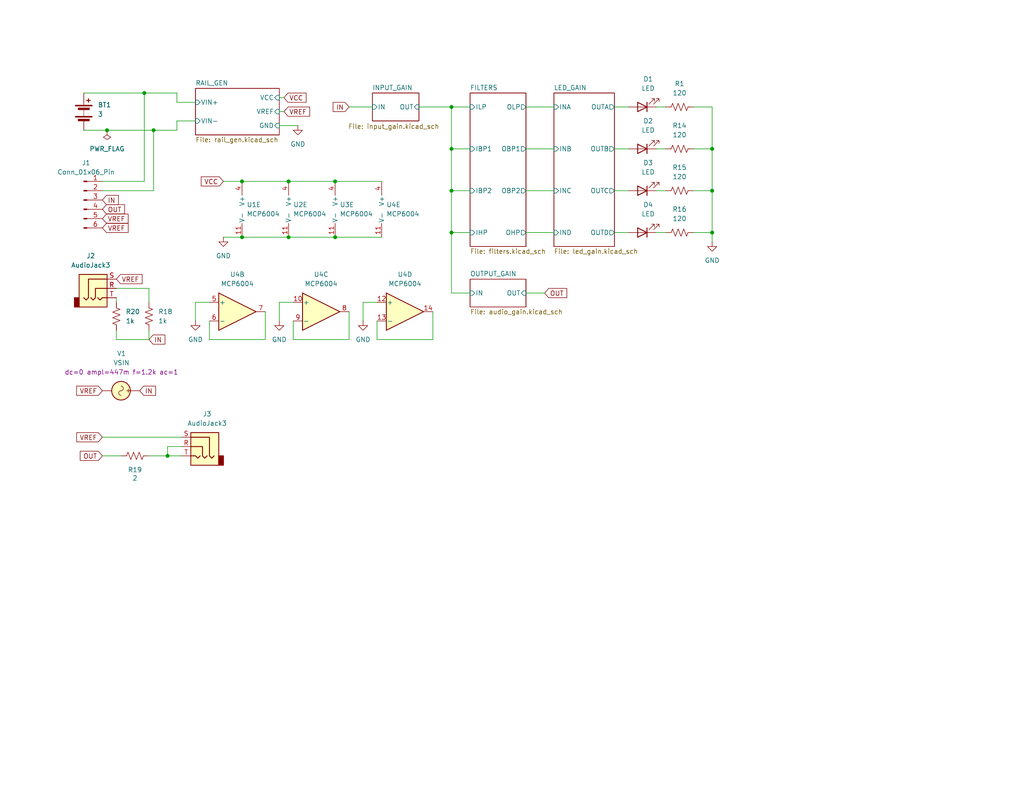
<source format=kicad_sch>
(kicad_sch (version 20250114) (generator "eeschema") (generator_version "9.0")
  (paper "USLetter")
  (title_block (title "EL223FP4L1") (date "2025-05-08") (rev "1") (company "Boles & Walker") (comment 1 "Board Overview"))
  (lib_symbols
    (symbol "Amplifier_Operational:MCP6004" (pin_names (offset 0.127))
      (property "Reference" "U" (at 0 5.08 0))
      (property "Value" "MCP6004" (at 0 -5.08 0))
      (symbol "MCP6004_1_1"
        (polyline (pts (xy -5.08 5.08) (xy 5.08 0) (xy -5.08 -5.08) (xy -5.08 5.08)) (stroke (width 0.254)) (fill (type background)))
        (pin input line (at -7.62 2.54 0) (length 2.54) (name "+") (number "3"))
        (pin input line (at -7.62 -2.54 0) (length 2.54) (name "-") (number "2"))
        (pin output line (at 7.62 0 180) (length 2.54) (name "~") (number "1"))
      )
      (symbol "MCP6004_2_1"
        (polyline (pts (xy -5.08 5.08) (xy 5.08 0) (xy -5.08 -5.08) (xy -5.08 5.08)) (stroke (width 0.254)) (fill (type background)))
        (pin input line (at -7.62 2.54 0) (length 2.54) (name "+") (number "5"))
        (pin input line (at -7.62 -2.54 0) (length 2.54) (name "-") (number "6"))
        (pin output line (at 7.62 0 180) (length 2.54) (name "~") (number "7"))
      )
      (symbol "MCP6004_3_1"
        (polyline (pts (xy -5.08 5.08) (xy 5.08 0) (xy -5.08 -5.08) (xy -5.08 5.08)) (stroke (width 0.254)) (fill (type background)))
        (pin input line (at -7.62 2.54 0) (length 2.54) (name "+") (number "10"))
        (pin input line (at -7.62 -2.54 0) (length 2.54) (name "-") (number "9"))
        (pin output line (at 7.62 0 180) (length 2.54) (name "~") (number "8"))
      )
      (symbol "MCP6004_4_1"
        (polyline (pts (xy -5.08 5.08) (xy 5.08 0) (xy -5.08 -5.08) (xy -5.08 5.08)) (stroke (width 0.254)) (fill (type background)))
        (pin input line (at -7.62 2.54 0) (length 2.54) (name "+") (number "12"))
        (pin input line (at -7.62 -2.54 0) (length 2.54) (name "-") (number "13"))
        (pin output line (at 7.62 0 180) (length 2.54) (name "~") (number "14"))
      )
      (symbol "MCP6004_5_1"
        (pin power_in line (at -2.54 7.62 270) (length 3.81) (name "V+") (number "4"))
        (pin power_in line (at -2.54 -7.62 90) (length 3.81) (name "V-") (number "11"))
      )
    )
    (symbol "Connector:Conn_01x06_Pin" (pin_names (offset 1.016) (hide yes))
      (property "Reference" "J" (at 0 7.62 0))
      (property "Value" "Conn_01x06_Pin" (at 0 -10.16 0))
      (symbol "Conn_01x06_Pin_1_1"
        (rectangle (start 0.8636 5.207) (end 0 4.953) (stroke (width 0.1524)) (fill (type outline)))
        (rectangle (start 0.8636 2.667) (end 0 2.413) (stroke (width 0.1524)) (fill (type outline)))
        (rectangle (start 0.8636 0.127) (end 0 -0.127) (stroke (width 0.1524)) (fill (type outline)))
        (rectangle (start 0.8636 -2.413) (end 0 -2.667) (stroke (width 0.1524)) (fill (type outline)))
        (rectangle (start 0.8636 -4.953) (end 0 -5.207) (stroke (width 0.1524)) (fill (type outline)))
        (rectangle (start 0.8636 -7.493) (end 0 -7.747) (stroke (width 0.1524)) (fill (type outline)))
        (polyline (pts (xy 1.27 5.08) (xy 0.8636 5.08)) (stroke (width 0.1524)))
        (polyline (pts (xy 1.27 2.54) (xy 0.8636 2.54)) (stroke (width 0.1524)))
        (polyline (pts (xy 1.27 0) (xy 0.8636 0)) (stroke (width 0.1524)))
        (polyline (pts (xy 1.27 -2.54) (xy 0.8636 -2.54)) (stroke (width 0.1524)))
        (polyline (pts (xy 1.27 -5.08) (xy 0.8636 -5.08)) (stroke (width 0.1524)))
        (polyline (pts (xy 1.27 -7.62) (xy 0.8636 -7.62)) (stroke (width 0.1524)))
        (pin passive line (at 5.08 5.08 180) (length 3.81) (name "Pin_1") (number "1"))
        (pin passive line (at 5.08 2.54 180) (length 3.81) (name "Pin_2") (number "2"))
        (pin passive line (at 5.08 0 180) (length 3.81) (name "Pin_3") (number "3"))
        (pin passive line (at 5.08 -2.54 180) (length 3.81) (name "Pin_4") (number "4"))
        (pin passive line (at 5.08 -5.08 180) (length 3.81) (name "Pin_5") (number "5"))
        (pin passive line (at 5.08 -7.62 180) (length 3.81) (name "Pin_6") (number "6"))
      )
    )
    (symbol "Connector_Audio:AudioJack3"
      (property "Reference" "J" (at 0 8.89 0))
      (property "Value" "AudioJack3" (at 0 6.35 0))
      (symbol "AudioJack3_0_1"
        (rectangle (start -5.08 -5.08) (end -6.35 -2.54) (stroke (width 0.254)) (fill (type outline)))
        (polyline (pts (xy -1.905 -2.54) (xy -1.27 -3.175) (xy -0.635 -2.54) (xy -0.635 0) (xy 2.54 0)) (stroke (width 0.254)))
        (polyline (pts (xy 0 -2.54) (xy 0.635 -3.175) (xy 1.27 -2.54) (xy 2.54 -2.54)) (stroke (width 0.254)))
        (rectangle (start 2.54 3.81) (end -5.08 -5.08) (stroke (width 0.254)) (fill (type background)))
        (polyline (pts (xy 2.54 2.54) (xy -2.54 2.54) (xy -2.54 -2.54) (xy -3.175 -3.175) (xy -3.81 -2.54)) (stroke (width 0.254)))
      )
      (symbol "AudioJack3_1_1"
        (pin passive line (at 5.08 2.54 180) (length 2.54) (name "~") (number "S"))
        (pin passive line (at 5.08 0 180) (length 2.54) (name "~") (number "R"))
        (pin passive line (at 5.08 -2.54 180) (length 2.54) (name "~") (number "T"))
      )
    )
    (symbol "Device:Battery" (pin_numbers (hide yes)) (pin_names (offset 0) (hide yes))
      (property "Reference" "BT" (at 2.54 2.54 0))
      (property "Value" "Battery" (at 2.54 0 0))
      (symbol "Battery_0_1"
        (rectangle (start -2.286 1.778) (end 2.286 1.524) (fill (type outline)))
        (rectangle (start -2.286 -1.27) (end 2.286 -1.524) (fill (type outline)))
        (rectangle (start -1.524 1.016) (end 1.524 0.508) (fill (type outline)))
        (rectangle (start -1.524 -2.032) (end 1.524 -2.54) (fill (type outline)))
        (polyline (pts (xy 0 1.778) (xy 0 2.54)))
        (polyline (pts (xy 0 0) (xy 0 0.254)))
        (polyline (pts (xy 0 -0.508) (xy 0 -0.254)))
        (polyline (pts (xy 0 -1.016) (xy 0 -0.762)))
        (polyline (pts (xy 0.762 3.048) (xy 1.778 3.048)) (stroke (width 0.254)))
        (polyline (pts (xy 1.27 3.556) (xy 1.27 2.54)) (stroke (width 0.254)))
      )
      (symbol "Battery_1_1"
        (pin passive line (at 0 5.08 270) (length 2.54) (name "+") (number "1"))
        (pin passive line (at 0 -5.08 90) (length 2.54) (name "-") (number "2"))
      )
    )
    (symbol "Device:LED" (pin_numbers (hide yes)) (pin_names (offset 1.016) (hide yes))
      (property "Reference" "D" (at 0 2.54 0))
      (property "Value" "LED" (at 0 -2.54 0))
      (symbol "LED_0_1"
        (polyline (pts (xy -3.048 -0.762) (xy -4.572 -2.286) (xy -3.81 -2.286) (xy -4.572 -2.286) (xy -4.572 -1.524)))
        (polyline (pts (xy -1.778 -0.762) (xy -3.302 -2.286) (xy -2.54 -2.286) (xy -3.302 -2.286) (xy -3.302 -1.524)))
        (polyline (pts (xy -1.27 0) (xy 1.27 0)))
        (polyline (pts (xy -1.27 -1.27) (xy -1.27 1.27)) (stroke (width 0.254)))
        (polyline (pts (xy 1.27 -1.27) (xy 1.27 1.27) (xy -1.27 0) (xy 1.27 -1.27)) (stroke (width 0.254)))
      )
      (symbol "LED_1_1"
        (pin passive line (at -3.81 0 0) (length 2.54) (name "K") (number "1"))
        (pin passive line (at 3.81 0 180) (length 2.54) (name "A") (number "2"))
      )
    )
    (symbol "Device:R_US" (pin_numbers (hide yes)) (pin_names (offset 0))
      (property "Reference" "R" (at 2.54 0 90))
      (property "Value" "R_US" (at -2.54 0 90))
      (symbol "R_US_0_1"
        (polyline (pts (xy 0 2.286) (xy 0 2.54)))
        (polyline (pts (xy 0 2.286) (xy 1.016 1.905) (xy 0 1.524) (xy -1.016 1.143) (xy 0 0.762)))
        (polyline (pts (xy 0 0.762) (xy 1.016 0.381) (xy 0 0) (xy -1.016 -0.381) (xy 0 -0.762)))
        (polyline (pts (xy 0 -0.762) (xy 1.016 -1.143) (xy 0 -1.524) (xy -1.016 -1.905) (xy 0 -2.286)))
        (polyline (pts (xy 0 -2.286) (xy 0 -2.54)))
      )
      (symbol "R_US_1_1"
        (pin passive line (at 0 3.81 270) (length 1.27) (name "~") (number "1"))
        (pin passive line (at 0 -3.81 90) (length 1.27) (name "~") (number "2"))
      )
    )
    (symbol "Simulation_SPICE:VSIN" (pin_numbers (hide yes)) (pin_names (offset 0.0254))
      (property "Reference" "V" (at 2.54 2.54 0))
      (property "Value" "VSIN" (at 2.54 0 0))
      (property "Sim.Params" "dc=0 ampl=1 f=1k ac=1" (at 2.54 -2.54 0))
      (symbol "VSIN_0_0"
        (arc (start -1.27 0) (mid -0.635 0.6323) (end 0 0))
        (arc (start 1.27 0) (mid 0.635 -0.6323) (end 0 0))
        (text "+" (at 0 1.905 0) (effects (font (size 1.27 1.27))))
      )
      (symbol "VSIN_0_1"
        (circle (center 0 0) (radius 2.54) (stroke (width 0.254)) (fill (type background)))
      )
      (symbol "VSIN_1_1"
        (pin passive line (at 0 5.08 270) (length 2.54) (name "~") (number "1"))
        (pin passive line (at 0 -5.08 90) (length 2.54) (name "~") (number "2"))
      )
    )
    (symbol "power:GND" (power) (pin_numbers (hide yes)) (pin_names (offset 0) (hide yes))
      (property "Value" "GND" (at 0 -3.81 0))
      (symbol "GND_0_1"
        (polyline (pts (xy 0 0) (xy 0 -1.27) (xy 1.27 -1.27) (xy 0 -2.54) (xy -1.27 -1.27) (xy 0 -1.27)))
      )
      (symbol "GND_1_1"
        (pin power_in line (at 0 0 270) (length 0) (name "~") (number "1"))
      )
    )
    (symbol "power:PWR_FLAG" (power) (pin_numbers (hide yes)) (pin_names (offset 0) (hide yes))
      (property "Value" "PWR_FLAG" (at 0 3.81 0))
      (symbol "PWR_FLAG_0_0"
        (pin power_out line (at 0 0 90) (length 0) (name "~") (number "1"))
      )
      (symbol "PWR_FLAG_0_1"
        (polyline (pts (xy 0 0) (xy 0 1.27) (xy -1.016 1.905) (xy 0 2.54) (xy 1.016 1.905) (xy 0 1.27)))
      )
    )
  )
  (junction (at 45.72 124.46))
  (junction (at 91.44 49.53))
  (junction (at 123.19 63.5))
  (junction (at 91.44 64.77))
  (junction (at 123.19 52.07))
  (junction (at 39.37 25.4))
  (junction (at 123.19 40.64))
  (junction (at 66.04 64.77))
  (junction (at 78.74 49.53))
  (junction (at 41.91 35.56))
  (junction (at 194.31 63.5))
  (junction (at 194.31 52.07))
  (junction (at 66.04 49.53))
  (junction (at 78.74 64.77))
  (junction (at 29.21 35.56))
  (junction (at 194.31 40.64))
  (junction (at 123.19 29.21))
  (wire (pts (xy 123.19 52.07) (xy 123.19 63.5)))
  (wire (pts (xy 49.53 124.46) (xy 45.72 124.46)))
  (wire (pts (xy 194.31 29.21) (xy 194.31 40.64)))
  (wire (pts (xy 194.31 63.5) (xy 194.31 66.04)))
  (wire (pts (xy 179.07 29.21) (xy 181.61 29.21)))
  (wire (pts (xy 40.64 124.46) (xy 45.72 124.46)))
  (wire (pts (xy 76.2 34.29) (xy 81.28 34.29)))
  (wire (pts (xy 40.64 90.17) (xy 40.64 92.71)))
  (wire (pts (xy 189.23 52.07) (xy 194.31 52.07)))
  (wire (pts (xy 22.86 25.4) (xy 39.37 25.4)))
  (wire (pts (xy 29.21 35.56) (xy 41.91 35.56)))
  (wire (pts (xy 114.3 29.21) (xy 123.19 29.21)))
  (wire (pts (xy 76.2 30.48) (xy 77.47 30.48)))
  (wire (pts (xy 143.51 29.21) (xy 151.13 29.21)))
  (wire (pts (xy 194.31 52.07) (xy 194.31 63.5)))
  (wire (pts (xy 41.91 35.56) (xy 48.26 35.56)))
  (wire (pts (xy 143.51 40.64) (xy 151.13 40.64)))
  (wire (pts (xy 189.23 40.64) (xy 194.31 40.64)))
  (wire (pts (xy 22.86 35.56) (xy 29.21 35.56)))
  (wire (pts (xy 179.07 52.07) (xy 181.61 52.07)))
  (wire (pts (xy 76.2 82.55) (xy 76.2 87.63)))
  (wire (pts (xy 102.87 92.71) (xy 102.87 87.63)))
  (wire (pts (xy 189.23 29.21) (xy 194.31 29.21)))
  (wire (pts (xy 167.64 29.21) (xy 171.45 29.21)))
  (wire (pts (xy 95.25 85.09) (xy 95.25 92.71)))
  (wire (pts (xy 167.64 40.64) (xy 171.45 40.64)))
  (wire (pts (xy 72.39 85.09) (xy 72.39 92.71)))
  (wire (pts (xy 66.04 64.77) (xy 78.74 64.77)))
  (wire (pts (xy 40.64 78.74) (xy 40.64 82.55)))
  (wire (pts (xy 80.01 82.55) (xy 76.2 82.55)))
  (wire (pts (xy 53.34 27.94) (xy 48.26 27.94)))
  (wire (pts (xy 78.74 49.53) (xy 91.44 49.53)))
  (wire (pts (xy 57.15 92.71) (xy 57.15 87.63)))
  (wire (pts (xy 143.51 52.07) (xy 151.13 52.07)))
  (wire (pts (xy 143.51 63.5) (xy 151.13 63.5)))
  (wire (pts (xy 91.44 49.53) (xy 104.14 49.53)))
  (wire (pts (xy 60.96 49.53) (xy 66.04 49.53)))
  (wire (pts (xy 40.64 92.71) (xy 31.75 92.71)))
  (wire (pts (xy 123.19 40.64) (xy 128.27 40.64)))
  (wire (pts (xy 41.91 52.07) (xy 27.94 52.07)))
  (wire (pts (xy 194.31 40.64) (xy 194.31 52.07)))
  (wire (pts (xy 53.34 82.55) (xy 53.34 87.63)))
  (wire (pts (xy 72.39 92.71) (xy 57.15 92.71)))
  (wire (pts (xy 48.26 27.94) (xy 48.26 25.4)))
  (wire (pts (xy 60.96 64.77) (xy 66.04 64.77)))
  (wire (pts (xy 99.06 82.55) (xy 99.06 87.63)))
  (wire (pts (xy 80.01 92.71) (xy 80.01 87.63)))
  (wire (pts (xy 179.07 63.5) (xy 181.61 63.5)))
  (wire (pts (xy 39.37 49.53) (xy 27.94 49.53)))
  (wire (pts (xy 31.75 92.71) (xy 31.75 90.17)))
  (wire (pts (xy 123.19 63.5) (xy 128.27 63.5)))
  (wire (pts (xy 123.19 63.5) (xy 123.19 80.01)))
  (wire (pts (xy 31.75 78.74) (xy 40.64 78.74)))
  (wire (pts (xy 27.94 119.38) (xy 49.53 119.38)))
  (wire (pts (xy 143.51 80.01) (xy 148.59 80.01)))
  (wire (pts (xy 31.75 81.28) (xy 31.75 82.55)))
  (wire (pts (xy 27.94 124.46) (xy 33.02 124.46)))
  (wire (pts (xy 95.25 92.71) (xy 80.01 92.71)))
  (wire (pts (xy 123.19 80.01) (xy 128.27 80.01)))
  (wire (pts (xy 48.26 33.02) (xy 53.34 33.02)))
  (wire (pts (xy 57.15 82.55) (xy 53.34 82.55)))
  (wire (pts (xy 39.37 25.4) (xy 39.37 49.53)))
  (wire (pts (xy 95.25 29.21) (xy 101.6 29.21)))
  (wire (pts (xy 179.07 40.64) (xy 181.61 40.64)))
  (wire (pts (xy 102.87 82.55) (xy 99.06 82.55)))
  (wire (pts (xy 189.23 63.5) (xy 194.31 63.5)))
  (wire (pts (xy 49.53 121.92) (xy 45.72 121.92)))
  (wire (pts (xy 78.74 64.77) (xy 91.44 64.77)))
  (wire (pts (xy 39.37 25.4) (xy 48.26 25.4)))
  (wire (pts (xy 167.64 63.5) (xy 171.45 63.5)))
  (wire (pts (xy 123.19 52.07) (xy 128.27 52.07)))
  (wire (pts (xy 91.44 64.77) (xy 104.14 64.77)))
  (wire (pts (xy 48.26 35.56) (xy 48.26 33.02)))
  (wire (pts (xy 76.2 26.67) (xy 77.47 26.67)))
  (wire (pts (xy 45.72 121.92) (xy 45.72 124.46)))
  (wire (pts (xy 123.19 29.21) (xy 128.27 29.21)))
  (wire (pts (xy 118.11 92.71) (xy 102.87 92.71)))
  (wire (pts (xy 66.04 49.53) (xy 78.74 49.53)))
  (wire (pts (xy 123.19 29.21) (xy 123.19 40.64)))
  (wire (pts (xy 167.64 52.07) (xy 171.45 52.07)))
  (wire (pts (xy 123.19 40.64) (xy 123.19 52.07)))
  (wire (pts (xy 118.11 85.09) (xy 118.11 92.71)))
  (wire (pts (xy 41.91 35.56) (xy 41.91 52.07)))
  (global_label "VREF" (shape input) (at 27.94 106.68 180) (property "Intersheetrefs" "${INTERSHEET_REFS}" (effects (hide yes))))
  (global_label "VREF" (shape input) (at 27.94 59.69 0) (property "Intersheetrefs" "${INTERSHEET_REFS}" (effects (hide yes))))
  (global_label "VCC" (shape input) (at 60.96 49.53 180) (property "Intersheetrefs" "${INTERSHEET_REFS}" (effects (hide yes))))
  (global_label "VCC" (shape input) (at 77.47 26.67 0) (property "Intersheetrefs" "${INTERSHEET_REFS}" (effects (hide yes))))
  (global_label "OUT" (shape input) (at 27.94 124.46 180) (property "Intersheetrefs" "${INTERSHEET_REFS}" (effects (hide yes))))
  (global_label "OUT" (shape input) (at 27.94 57.15 0) (property "Intersheetrefs" "${INTERSHEET_REFS}" (effects (hide yes))))
  (global_label "VREF" (shape input) (at 77.47 30.48 0) (property "Intersheetrefs" "${INTERSHEET_REFS}" (effects (hide yes))))
  (global_label "VREF" (shape input) (at 27.94 119.38 180) (property "Intersheetrefs" "${INTERSHEET_REFS}" (effects (hide yes))))
  (global_label "IN" (shape input) (at 40.64 92.71 0) (property "Intersheetrefs" "${INTERSHEET_REFS}" (effects (hide yes))))
  (global_label "VREF" (shape input) (at 31.75 76.2 0) (property "Intersheetrefs" "${INTERSHEET_REFS}" (effects (hide yes))))
  (global_label "IN" (shape input) (at 95.25 29.21 180) (property "Intersheetrefs" "${INTERSHEET_REFS}" (effects (hide yes))))
  (global_label "VREF" (shape input) (at 27.94 62.23 0) (property "Intersheetrefs" "${INTERSHEET_REFS}" (effects (hide yes))))
  (global_label "OUT" (shape input) (at 148.59 80.01 0) (property "Intersheetrefs" "${INTERSHEET_REFS}" (effects (hide yes))))
  (global_label "IN" (shape input) (at 38.1 106.68 0) (property "Intersheetrefs" "${INTERSHEET_REFS}" (effects (hide yes))))
  (global_label "IN" (shape input) (at 27.94 54.61 0) (property "Intersheetrefs" "${INTERSHEET_REFS}" (effects (hide yes))))
  (symbol (lib_id "Amplifier_Operational:MCP6004") (at 87.63 85.09 0) (unit 3)
    (property "Reference" "U4" (at 87.63 74.93 0))
    (property "Value" "MCP6004" (at 87.63 77.47 0))
    (property "Datasheet" "http://ww1.microchip.com/downloads/en/DeviceDoc/21733j.pdf" (effects (hide yes)))
    (property "Description" "1MHz, Low-Power Op Amp, DIP-14/SOIC-14/TSSOP-14" (effects (hide yes)))
    (property "Sim.Library" "MCP6001.lib" (effects (hide yes)))
    (property "Sim.Name" "MCP6004" (effects (hide yes)))
    (property "Sim.Device" "SUBCKT" (effects (hide yes)))
    (property "Sim.Pins" "1=OUTA 2=A- 3=A+ 4=VDD 5=B+ 6=B- 7=OUTB 8=OUTC 9=C- 10=C+ 11=VSS 12=D+ 13=D- 14=OUTD" (effects (hide yes)))
  )
  (symbol (lib_id "power:GND") (at 53.34 87.63 0) (unit 1)
    (property "Reference" "#PWR04" (effects (hide yes)))
    (property "Value" "GND" (at 53.34 92.71 0))
    (property "Description" "Power symbol creates a global label with name \"GND\" , ground" (effects (hide yes)))
  )
  (symbol (lib_id "Device:R_US") (at 185.42 52.07 90) (unit 1)
    (property "Reference" "R15" (at 185.42 45.72 90))
    (property "Value" "120" (at 185.42 48.26 90))
    (property "Description" "Resistor, US symbol" (effects (hide yes)))
  )
  (symbol (lib_id "Device:LED") (at 175.26 29.21 180) (unit 1)
    (property "Reference" "D1" (at 176.8475 21.59 0))
    (property "Value" "LED" (at 176.8475 24.13 0))
    (property "Description" "Light emitting diode" (effects (hide yes)))
    (property "Sim.Pins" "1=K 2=A" (effects (hide yes)))
    (property "Sim.Library" "led.lib" (effects (hide yes)))
    (property "Sim.Name" "LED_GENERAL" (effects (hide yes)))
    (property "Sim.Device" "D" (effects (hide yes)))
  )
  (symbol (lib_id "Device:LED") (at 175.26 63.5 180) (unit 1)
    (property "Reference" "D4" (at 176.8475 55.88 0))
    (property "Value" "LED" (at 176.8475 58.42 0))
    (property "Description" "Light emitting diode" (effects (hide yes)))
    (property "Sim.Pins" "1=K 2=A" (effects (hide yes)))
    (property "Sim.Library" "led.lib" (effects (hide yes)))
    (property "Sim.Name" "LED_GENERAL" (effects (hide yes)))
    (property "Sim.Device" "D" (effects (hide yes)))
  )
  (symbol (lib_id "Device:R_US") (at 185.42 63.5 90) (unit 1)
    (property "Reference" "R16" (at 185.42 57.15 90))
    (property "Value" "120" (at 185.42 59.69 90))
    (property "Description" "Resistor, US symbol" (effects (hide yes)))
  )
  (symbol (lib_id "Device:R_US") (at 185.42 29.21 90) (unit 1)
    (property "Reference" "R1" (at 185.42 22.86 90))
    (property "Value" "120" (at 185.42 25.4 90))
    (property "Description" "Resistor, US symbol" (effects (hide yes)))
  )
  (symbol (lib_id "Connector_Audio:AudioJack3") (at 54.61 121.92 0) (mirror y) (unit 1) (exclude_from_sim yes)
    (property "Reference" "J3" (at 56.515 113.03 0))
    (property "Value" "AudioJack3" (at 56.515 115.57 0))
    (property "Description" "Audio Jack, 3 Poles (Stereo / TRS)" (effects (hide yes)))
  )
  (symbol (lib_id "power:PWR_FLAG") (at 29.21 35.56 180) (unit 1)
    (property "Reference" "#FLG01" (effects (hide yes)))
    (property "Value" "PWR_FLAG" (at 29.21 40.64 0))
    (property "Description" "Special symbol for telling ERC where power comes from" (effects (hide yes)))
  )
  (symbol (lib_id "power:GND") (at 60.96 64.77 0) (unit 1)
    (property "Reference" "#PWR01" (effects (hide yes)))
    (property "Value" "GND" (at 60.96 69.85 0))
    (property "Description" "Power symbol creates a global label with name \"GND\" , ground" (effects (hide yes)))
  )
  (symbol (lib_id "Connector:Conn_01x06_Pin") (at 22.86 54.61 0) (unit 1) (exclude_from_sim yes)
    (property "Reference" "J1" (at 23.495 44.45 0))
    (property "Value" "Conn_01x06_Pin" (at 23.495 46.99 0))
    (property "Description" "Generic connector, single row, 01x06, script generated" (effects (hide yes)))
  )
  (symbol (lib_id "Amplifier_Operational:MCP6004") (at 93.98 57.15 0) (unit 5)
    (property "Reference" "U3" (at 92.71 55.8799 0) (effects (justify left)))
    (property "Value" "MCP6004" (at 92.71 58.4199 0) (effects (justify left)))
    (property "Datasheet" "http://ww1.microchip.com/downloads/en/DeviceDoc/21733j.pdf" (effects (hide yes)))
    (property "Description" "1MHz, Low-Power Op Amp, DIP-14/SOIC-14/TSSOP-14" (effects (hide yes)))
    (property "Sim.Library" "MCP6001.lib" (effects (hide yes)))
    (property "Sim.Name" "MCP6004" (effects (hide yes)))
    (property "Sim.Device" "SUBCKT" (effects (hide yes)))
    (property "Sim.Pins" "1=OUTA 2=A- 3=A+ 4=VDD 5=B+ 6=B- 7=OUTB 8=OUTC 9=C- 10=C+ 11=VSS 12=D+ 13=D- 14=OUTD" (effects (hide yes)))
  )
  (symbol (lib_id "Amplifier_Operational:MCP6004") (at 81.28 57.15 0) (unit 5)
    (property "Reference" "U2" (at 80.01 55.8799 0) (effects (justify left)))
    (property "Value" "MCP6004" (at 80.01 58.4199 0) (effects (justify left)))
    (property "Datasheet" "http://ww1.microchip.com/downloads/en/DeviceDoc/21733j.pdf" (effects (hide yes)))
    (property "Description" "1MHz, Low-Power Op Amp, DIP-14/SOIC-14/TSSOP-14" (effects (hide yes)))
    (property "Sim.Library" "MCP6001.lib" (effects (hide yes)))
    (property "Sim.Name" "MCP6004" (effects (hide yes)))
    (property "Sim.Device" "SUBCKT" (effects (hide yes)))
    (property "Sim.Pins" "1=OUTA 2=A- 3=A+ 4=VDD 5=B+ 6=B- 7=OUTB 8=OUTC 9=C- 10=C+ 11=VSS 12=D+ 13=D- 14=OUTD" (effects (hide yes)))
  )
  (symbol (lib_id "power:GND") (at 76.2 87.63 0) (unit 1)
    (property "Reference" "#PWR05" (effects (hide yes)))
    (property "Value" "GND" (at 76.2 92.71 0))
    (property "Description" "Power symbol creates a global label with name \"GND\" , ground" (effects (hide yes)))
  )
  (symbol (lib_id "Device:R_US") (at 31.75 86.36 0) (unit 1)
    (property "Reference" "R20" (at 34.29 85.0899 0) (effects (justify left)))
    (property "Value" "1k" (at 34.29 87.6299 0) (effects (justify left)))
    (property "Description" "Resistor, US symbol" (effects (hide yes)))
  )
  (symbol (lib_id "Device:LED") (at 175.26 52.07 180) (unit 1)
    (property "Reference" "D3" (at 176.8475 44.45 0))
    (property "Value" "LED" (at 176.8475 46.99 0))
    (property "Description" "Light emitting diode" (effects (hide yes)))
    (property "Sim.Pins" "1=K 2=A" (effects (hide yes)))
    (property "Sim.Library" "led.lib" (effects (hide yes)))
    (property "Sim.Name" "LED_GENERAL" (effects (hide yes)))
    (property "Sim.Device" "D" (effects (hide yes)))
  )
  (symbol (lib_id "Device:R_US") (at 185.42 40.64 90) (unit 1)
    (property "Reference" "R14" (at 185.42 34.29 90))
    (property "Value" "120" (at 185.42 36.83 90))
    (property "Description" "Resistor, US symbol" (effects (hide yes)))
  )
  (symbol (lib_id "Device:LED") (at 175.26 40.64 180) (unit 1)
    (property "Reference" "D2" (at 176.8475 33.02 0))
    (property "Value" "LED" (at 176.8475 35.56 0))
    (property "Description" "Light emitting diode" (effects (hide yes)))
    (property "Sim.Pins" "1=K 2=A" (effects (hide yes)))
    (property "Sim.Library" "led.lib" (effects (hide yes)))
    (property "Sim.Name" "LED_GENERAL" (effects (hide yes)))
    (property "Sim.Device" "D" (effects (hide yes)))
  )
  (symbol (lib_id "Simulation_SPICE:VSIN") (at 33.02 106.68 270) (unit 1)
    (property "Reference" "V1" (at 33.1498 96.52 90))
    (property "Value" "VSIN" (at 33.1498 99.06 90))
    (property "Datasheet" "https://ngspice.sourceforge.io/docs/ngspice-html-manual/manual.xhtml#sec_Independent_Sources_for" (effects (hide yes)))
    (property "Description" "Voltage source, sinusoidal" (effects (hide yes)))
    (property "Sim.Pins" "1=+ 2=-" (effects (hide yes)))
    (property "Sim.Params" "dc=0 ampl=447m f=1.2k ac=1" (at 33.1498 101.6 90))
    (property "Sim.Type" "SIN" (effects (hide yes)))
    (property "Sim.Device" "V" (effects (hide yes)))
  )
  (symbol (lib_id "Device:R_US") (at 40.64 86.36 0) (unit 1)
    (property "Reference" "R18" (at 43.18 85.0899 0) (effects (justify left)))
    (property "Value" "1k" (at 43.18 87.6299 0) (effects (justify left)))
    (property "Description" "Resistor, US symbol" (effects (hide yes)))
  )
  (symbol (lib_id "Connector_Audio:AudioJack3") (at 26.67 78.74 0) (unit 1) (exclude_from_sim yes)
    (property "Reference" "J2" (at 24.765 69.85 0))
    (property "Value" "AudioJack3" (at 24.765 72.39 0))
    (property "Description" "Audio Jack, 3 Poles (Stereo / TRS)" (effects (hide yes)))
  )
  (symbol (lib_id "Device:R_US") (at 36.83 124.46 90) (unit 1)
    (property "Reference" "R19" (at 36.83 128.27 90))
    (property "Value" "2" (at 36.83 130.556 90))
    (property "Description" "Resistor, US symbol" (effects (hide yes)))
  )
  (symbol (lib_id "Amplifier_Operational:MCP6004") (at 110.49 85.09 0) (unit 4)
    (property "Reference" "U4" (at 110.49 74.93 0))
    (property "Value" "MCP6004" (at 110.49 77.47 0))
    (property "Datasheet" "http://ww1.microchip.com/downloads/en/DeviceDoc/21733j.pdf" (effects (hide yes)))
    (property "Description" "1MHz, Low-Power Op Amp, DIP-14/SOIC-14/TSSOP-14" (effects (hide yes)))
    (property "Sim.Library" "MCP6001.lib" (effects (hide yes)))
    (property "Sim.Name" "MCP6004" (effects (hide yes)))
    (property "Sim.Device" "SUBCKT" (effects (hide yes)))
    (property "Sim.Pins" "1=OUTA 2=A- 3=A+ 4=VDD 5=B+ 6=B- 7=OUTB 8=OUTC 9=C- 10=C+ 11=VSS 12=D+ 13=D- 14=OUTD" (effects (hide yes)))
  )
  (symbol (lib_id "power:GND") (at 194.31 66.04 0) (unit 1)
    (property "Reference" "#PWR03" (effects (hide yes)))
    (property "Value" "GND" (at 194.31 71.12 0))
    (property "Description" "Power symbol creates a global label with name \"GND\" , ground" (effects (hide yes)))
  )
  (symbol (lib_id "Amplifier_Operational:MCP6004") (at 64.77 85.09 0) (unit 2)
    (property "Reference" "U4" (at 64.77 74.93 0))
    (property "Value" "MCP6004" (at 64.77 77.47 0))
    (property "Datasheet" "http://ww1.microchip.com/downloads/en/DeviceDoc/21733j.pdf" (effects (hide yes)))
    (property "Description" "1MHz, Low-Power Op Amp, DIP-14/SOIC-14/TSSOP-14" (effects (hide yes)))
    (property "Sim.Library" "MCP6001.lib" (effects (hide yes)))
    (property "Sim.Name" "MCP6004" (effects (hide yes)))
    (property "Sim.Device" "SUBCKT" (effects (hide yes)))
    (property "Sim.Pins" "1=OUTA 2=A- 3=A+ 4=VDD 5=B+ 6=B- 7=OUTB 8=OUTC 9=C- 10=C+ 11=VSS 12=D+ 13=D- 14=OUTD" (effects (hide yes)))
  )
  (symbol (lib_id "Device:Battery") (at 22.86 30.48 0) (unit 1) (exclude_from_sim yes)
    (property "Reference" "BT1" (at 26.67 28.6384 0) (effects (justify left)))
    (property "Value" "3" (at 26.67 31.1784 0) (effects (justify left)))
    (property "Description" "Multiple-cell battery" (effects (hide yes)))
    (property "Sim.Device" "V" (effects (hide yes)))
    (property "Sim.Pins" "1=+ 2=-" (effects (hide yes)))
    (property "Sim.Type" "PWL" (effects (hide yes)))
    (property "Sim.Params" "pwl=\"0 0 10u 0 0.1m 3\"" (effects (hide yes)))
  )
  (symbol (lib_id "Amplifier_Operational:MCP6004") (at 106.68 57.15 0) (unit 5)
    (property "Reference" "U4" (at 105.41 55.8799 0) (effects (justify left)))
    (property "Value" "MCP6004" (at 105.41 58.4199 0) (effects (justify left)))
    (property "Datasheet" "http://ww1.microchip.com/downloads/en/DeviceDoc/21733j.pdf" (effects (hide yes)))
    (property "Description" "1MHz, Low-Power Op Amp, DIP-14/SOIC-14/TSSOP-14" (effects (hide yes)))
    (property "Sim.Library" "MCP6001.lib" (effects (hide yes)))
    (property "Sim.Name" "MCP6004" (effects (hide yes)))
    (property "Sim.Device" "SUBCKT" (effects (hide yes)))
    (property "Sim.Pins" "1=OUTA 2=A- 3=A+ 4=VDD 5=B+ 6=B- 7=OUTB 8=OUTC 9=C- 10=C+ 11=VSS 12=D+ 13=D- 14=OUTD" (effects (hide yes)))
  )
  (symbol (lib_id "power:GND") (at 99.06 87.63 0) (unit 1)
    (property "Reference" "#PWR06" (effects (hide yes)))
    (property "Value" "GND" (at 99.06 92.71 0))
    (property "Description" "Power symbol creates a global label with name \"GND\" , ground" (effects (hide yes)))
  )
  (symbol (lib_id "power:GND") (at 81.28 34.29 0) (unit 1)
    (property "Reference" "#PWR02" (effects (hide yes)))
    (property "Value" "GND" (at 81.28 39.37 0))
    (property "Description" "Power symbol creates a global label with name \"GND\" , ground" (effects (hide yes)))
  )
  (symbol (lib_id "Amplifier_Operational:MCP6004") (at 68.58 57.15 0) (unit 5)
    (property "Reference" "U1" (at 67.31 55.8799 0) (effects (justify left)))
    (property "Value" "MCP6004" (at 67.31 58.4199 0) (effects (justify left)))
    (property "Datasheet" "http://ww1.microchip.com/downloads/en/DeviceDoc/21733j.pdf" (effects (hide yes)))
    (property "Description" "1MHz, Low-Power Op Amp, DIP-14/SOIC-14/TSSOP-14" (effects (hide yes)))
    (property "Sim.Library" "MCP6001.lib" (effects (hide yes)))
    (property "Sim.Name" "MCP6004" (effects (hide yes)))
    (property "Sim.Device" "SUBCKT" (effects (hide yes)))
    (property "Sim.Pins" "1=OUTA 2=A- 3=A+ 4=VDD 5=B+ 6=B- 7=OUTB 8=OUTC 9=C- 10=C+ 11=VSS 12=D+ 13=D- 14=OUTD" (effects (hide yes)))
  )
  (sheet (at 128.27 76.2) (size 15.24 7.62) (stroke (width 0.1524))
    (property "Sheetname" "OUTPUT_GAIN" (at 128.27 75.4884 0) (effects (justify left bottom)))
    (property "Sheetfile" "audio_gain.kicad_sch" (at 128.27 84.4046 0) (effects (justify left top)))
    (pin "IN" input (at 128.27 80.01 180))
    (pin "OUT" input (at 143.51 80.01 0))
  )
  (sheet (at 128.27 25.4) (size 15.24 41.91) (stroke (width 0.1524))
    (property "Sheetname" "FILTERS" (at 128.27 24.6884 0) (effects (justify left bottom)))
    (property "Sheetfile" "filters.kicad_sch" (at 128.27 67.8946 0) (effects (justify left top)))
    (pin "IBP1" input (at 128.27 40.64 180))
    (pin "IBP2" input (at 128.27 52.07 180))
    (pin "ILP" input (at 128.27 29.21 180))
    (pin "OBP1" output (at 143.51 40.64 0))
    (pin "OBP2" output (at 143.51 52.07 0))
    (pin "OLP" output (at 143.51 29.21 0))
    (pin "IHP" input (at 128.27 63.5 180))
    (pin "OHP" output (at 143.51 63.5 0))
  )
  (sheet (at 53.34 24.13) (size 22.86 12.7) (stroke (width 0.1524))
    (property "Sheetname" "RAIL_GEN" (at 53.34 23.4184 0) (effects (justify left bottom)))
    (property "Sheetfile" "rail_gen.kicad_sch" (at 53.34 37.4146 0) (effects (justify left top)))
    (pin "VREF" input (at 76.2 30.48 0))
    (pin "VCC" input (at 76.2 26.67 0))
    (pin "GND" input (at 76.2 34.29 0))
    (pin "VIN+" input (at 53.34 27.94 180))
    (pin "VIN-" input (at 53.34 33.02 180))
  )
  (sheet (at 101.6 25.4) (size 12.7 7.62) (stroke (width 0.1524))
    (property "Sheetname" "INPUT_GAIN" (at 101.6 24.6884 0) (effects (justify left bottom)))
    (property "Sheetfile" "input_gain.kicad_sch" (at 94.996 33.782 0) (effects (justify left top)))
    (pin "IN" input (at 101.6 29.21 180))
    (pin "OUT" input (at 114.3 29.21 0))
  )
  (sheet (at 151.13 25.4) (size 16.51 41.91) (stroke (width 0.1524))
    (property "Sheetname" "LED_GAIN" (at 151.13 24.6884 0) (effects (justify left bottom)))
    (property "Sheetfile" "led_gain.kicad_sch" (at 151.13 67.8946 0) (effects (justify left top)))
    (pin "INA" input (at 151.13 29.21 180))
    (pin "INB" input (at 151.13 40.64 180))
    (pin "INC" input (at 151.13 52.07 180))
    (pin "IND" input (at 151.13 63.5 180))
    (pin "OUTA" output (at 167.64 29.21 0))
    (pin "OUTB" output (at 167.64 40.64 0))
    (pin "OUTC" output (at 167.64 52.07 0))
    (pin "OUTD" output (at 167.64 63.5 0))
  )
)
</source>
